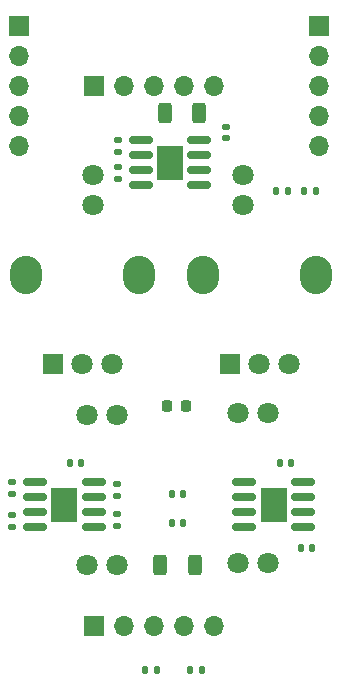
<source format=gbr>
%TF.GenerationSoftware,KiCad,Pcbnew,8.0.5*%
%TF.CreationDate,2024-11-13T12:34:22+05:30*%
%TF.ProjectId,low_pass,6c6f775f-7061-4737-932e-6b696361645f,rev?*%
%TF.SameCoordinates,Original*%
%TF.FileFunction,Soldermask,Top*%
%TF.FilePolarity,Negative*%
%FSLAX46Y46*%
G04 Gerber Fmt 4.6, Leading zero omitted, Abs format (unit mm)*
G04 Created by KiCad (PCBNEW 8.0.5) date 2024-11-13 12:34:22*
%MOMM*%
%LPD*%
G01*
G04 APERTURE LIST*
G04 Aperture macros list*
%AMRoundRect*
0 Rectangle with rounded corners*
0 $1 Rounding radius*
0 $2 $3 $4 $5 $6 $7 $8 $9 X,Y pos of 4 corners*
0 Add a 4 corners polygon primitive as box body*
4,1,4,$2,$3,$4,$5,$6,$7,$8,$9,$2,$3,0*
0 Add four circle primitives for the rounded corners*
1,1,$1+$1,$2,$3*
1,1,$1+$1,$4,$5*
1,1,$1+$1,$6,$7*
1,1,$1+$1,$8,$9*
0 Add four rect primitives between the rounded corners*
20,1,$1+$1,$2,$3,$4,$5,0*
20,1,$1+$1,$4,$5,$6,$7,0*
20,1,$1+$1,$6,$7,$8,$9,0*
20,1,$1+$1,$8,$9,$2,$3,0*%
G04 Aperture macros list end*
%ADD10RoundRect,0.135000X0.185000X-0.135000X0.185000X0.135000X-0.185000X0.135000X-0.185000X-0.135000X0*%
%ADD11RoundRect,0.150000X-0.825000X-0.150000X0.825000X-0.150000X0.825000X0.150000X-0.825000X0.150000X0*%
%ADD12R,2.290000X3.000000*%
%ADD13R,1.700000X1.700000*%
%ADD14O,1.700000X1.700000*%
%ADD15RoundRect,0.135000X-0.135000X-0.185000X0.135000X-0.185000X0.135000X0.185000X-0.135000X0.185000X0*%
%ADD16RoundRect,0.140000X-0.140000X-0.170000X0.140000X-0.170000X0.140000X0.170000X-0.140000X0.170000X0*%
%ADD17RoundRect,0.140000X0.140000X0.170000X-0.140000X0.170000X-0.140000X-0.170000X0.140000X-0.170000X0*%
%ADD18RoundRect,0.250000X-0.312500X-0.625000X0.312500X-0.625000X0.312500X0.625000X-0.312500X0.625000X0*%
%ADD19O,2.720000X3.240000*%
%ADD20R,1.800000X1.800000*%
%ADD21C,1.800000*%
%ADD22RoundRect,0.250000X0.312500X0.625000X-0.312500X0.625000X-0.312500X-0.625000X0.312500X-0.625000X0*%
%ADD23RoundRect,0.218750X-0.218750X-0.256250X0.218750X-0.256250X0.218750X0.256250X-0.218750X0.256250X0*%
%ADD24RoundRect,0.140000X-0.170000X0.140000X-0.170000X-0.140000X0.170000X-0.140000X0.170000X0.140000X0*%
%ADD25RoundRect,0.140000X0.170000X-0.140000X0.170000X0.140000X-0.170000X0.140000X-0.170000X-0.140000X0*%
G04 APERTURE END LIST*
D10*
%TO.C,R2*%
X48895000Y-88140000D03*
X48895000Y-87120000D03*
%TD*%
D11*
%TO.C,U4*%
X59820000Y-55360000D03*
X59820000Y-56630000D03*
X59820000Y-57900000D03*
X59820000Y-59170000D03*
X64770000Y-59170000D03*
X64770000Y-57900000D03*
X64770000Y-56630000D03*
X64770000Y-55360000D03*
D12*
X62295000Y-57265000D03*
%TD*%
D10*
%TO.C,R10*%
X57912000Y-58678000D03*
X57912000Y-57658000D03*
%TD*%
D13*
%TO.C,OUTPUT1*%
X74930000Y-45720000D03*
D14*
X74930000Y-48260000D03*
X74930000Y-50800000D03*
X74930000Y-53340000D03*
X74930000Y-55880000D03*
%TD*%
D15*
%TO.C,R5*%
X60194000Y-100203000D03*
X61214000Y-100203000D03*
%TD*%
D16*
%TO.C,C5*%
X62413000Y-87757000D03*
X63373000Y-87757000D03*
%TD*%
D17*
%TO.C,C1*%
X72517000Y-82677000D03*
X71557000Y-82677000D03*
%TD*%
D10*
%TO.C,R1*%
X57785000Y-88013000D03*
X57785000Y-86993000D03*
%TD*%
D18*
%TO.C,R11*%
X61845000Y-53086000D03*
X64770000Y-53086000D03*
%TD*%
D13*
%TO.C,INPUT1*%
X49530000Y-45720000D03*
D14*
X49530000Y-48260000D03*
X49530000Y-50800000D03*
X49530000Y-53340000D03*
X49530000Y-55880000D03*
%TD*%
D15*
%TO.C,R6*%
X64004000Y-100203000D03*
X65024000Y-100203000D03*
%TD*%
D19*
%TO.C,RV2*%
X65050000Y-66805000D03*
X74650000Y-66805000D03*
D20*
X67350000Y-74305000D03*
D21*
X69850000Y-74305000D03*
X72350000Y-74305000D03*
%TD*%
D15*
%TO.C,R9*%
X73658000Y-59690000D03*
X74678000Y-59690000D03*
%TD*%
D11*
%TO.C,U3*%
X68580000Y-84340000D03*
X68580000Y-85610000D03*
X68580000Y-86880000D03*
X68580000Y-88150000D03*
X73530000Y-88150000D03*
X73530000Y-86880000D03*
X73530000Y-85610000D03*
X73530000Y-84340000D03*
D12*
X71055000Y-86245000D03*
%TD*%
D15*
%TO.C,R7*%
X71243000Y-59690000D03*
X72263000Y-59690000D03*
%TD*%
D17*
%TO.C,C2*%
X54737000Y-82677000D03*
X53777000Y-82677000D03*
%TD*%
D22*
%TO.C,R8*%
X64389000Y-91313000D03*
X61464000Y-91313000D03*
%TD*%
D23*
%TO.C,D1*%
X62052000Y-77851000D03*
X63627000Y-77851000D03*
%TD*%
D11*
%TO.C,U1*%
X50865000Y-84340000D03*
X50865000Y-85610000D03*
X50865000Y-86880000D03*
X50865000Y-88150000D03*
X55815000Y-88150000D03*
X55815000Y-86880000D03*
X55815000Y-85610000D03*
X55815000Y-84340000D03*
D12*
X53340000Y-86245000D03*
%TD*%
D24*
%TO.C,C3*%
X67056000Y-54229000D03*
X67056000Y-55189000D03*
%TD*%
D10*
%TO.C,R3*%
X57785000Y-85473000D03*
X57785000Y-84453000D03*
%TD*%
D17*
%TO.C,C6*%
X74295000Y-89916000D03*
X73335000Y-89916000D03*
%TD*%
D19*
%TO.C,RV1*%
X50064000Y-66805000D03*
X59664000Y-66805000D03*
D20*
X52364000Y-74305000D03*
D21*
X54864000Y-74305000D03*
X57364000Y-74305000D03*
%TD*%
D10*
%TO.C,R4*%
X48895000Y-85348000D03*
X48895000Y-84328000D03*
%TD*%
D16*
%TO.C,C4*%
X62441000Y-85344000D03*
X63401000Y-85344000D03*
%TD*%
D25*
%TO.C,C7*%
X57912000Y-56332000D03*
X57912000Y-55372000D03*
%TD*%
D21*
%TO.C,U2*%
X70612000Y-91186000D03*
X68072000Y-91186000D03*
X70612000Y-78486000D03*
X68072000Y-78486000D03*
%TD*%
%TO.C,U6*%
X68453000Y-58293000D03*
X68453000Y-60833000D03*
X55753000Y-58293000D03*
X55753000Y-60833000D03*
%TD*%
D13*
%TO.C,GND1*%
X55880000Y-96520000D03*
D14*
X58420000Y-96520000D03*
X60960000Y-96520000D03*
X63500000Y-96520000D03*
X66040000Y-96520000D03*
%TD*%
D13*
%TO.C,5V1*%
X55880000Y-50800000D03*
D14*
X58420000Y-50800000D03*
X60960000Y-50800000D03*
X63500000Y-50800000D03*
X66040000Y-50800000D03*
%TD*%
D21*
%TO.C,U5*%
X55245000Y-78613000D03*
X57785000Y-78613000D03*
X55245000Y-91313000D03*
X57785000Y-91313000D03*
%TD*%
M02*

</source>
